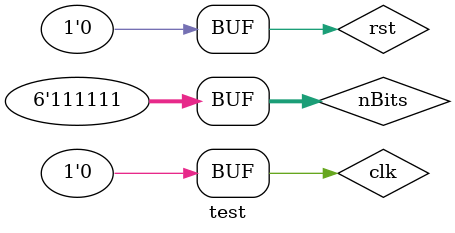
<source format=sv>
module test ();
	
	logic [5:0] nBits;
	logic clk;
	logic rst;
	reg [13:0] disp;
	
	contadorAsincronico dut(nBits, clk, rst, disp);
	
	initial begin
	
		#10 clk = 1; nBits = 6'b111111; rst = 1;
		#10 clk = 0; rst = 0;
		#10 clk = 1; 
		#10 clk = 0; 
		#10 clk = 1; 
		#10 clk = 0;
		#10 clk = 1; 
		#10 clk = 0; 
		#10 clk = 1; 
		#10 clk = 0; 
		#10 clk = 1;
		#10 clk = 0;
		#10 clk = 1; 
		#10 clk = 0;
		#10 clk = 1;
		#10 clk = 0; 
		#10 clk = 1; 
		#10 clk = 0;
		#10 clk = 1;
		#10 clk = 0;
		#10 clk = 1; 
		#10 clk = 0;
		#10 clk = 1;
		#10 clk = 0;
		#10 clk = 1; 
		#10 clk = 0;
		#10 clk = 1;
		#10 clk = 0;
		#10 clk = 1;
		#10 clk = 0;
		#10 clk = 1;
		#10 clk = 0;
		#10 clk = 1;
		#10 clk = 0;
		#10 clk = 1;
		#10 clk = 0;
		
		
	end
	
endmodule
</source>
